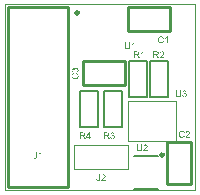
<source format=gto>
G04 Layer_Color=65535*
%FSLAX25Y25*%
%MOIN*%
G70*
G01*
G75*
%ADD19C,0.01000*%
%ADD20C,0.00100*%
%ADD26C,0.01181*%
%ADD27C,0.00500*%
%ADD28C,0.00787*%
G36*
X46111Y44278D02*
X46141Y44275D01*
X46176Y44271D01*
X46212Y44268D01*
X46254Y44258D01*
X46341Y44239D01*
X46439Y44210D01*
X46487Y44190D01*
X46532Y44168D01*
X46578Y44138D01*
X46623Y44109D01*
X46626Y44106D01*
X46633Y44103D01*
X46646Y44093D01*
X46662Y44077D01*
X46678Y44061D01*
X46701Y44038D01*
X46724Y44012D01*
X46750Y43986D01*
X46775Y43954D01*
X46801Y43915D01*
X46831Y43876D01*
X46856Y43834D01*
X46879Y43785D01*
X46905Y43737D01*
X46925Y43685D01*
X46944Y43626D01*
X46652Y43558D01*
Y43562D01*
X46649Y43568D01*
X46643Y43581D01*
X46636Y43597D01*
X46630Y43617D01*
X46620Y43643D01*
X46594Y43694D01*
X46562Y43753D01*
X46523Y43811D01*
X46474Y43866D01*
X46422Y43915D01*
X46416Y43921D01*
X46396Y43934D01*
X46364Y43951D01*
X46322Y43973D01*
X46267Y43993D01*
X46205Y44012D01*
X46131Y44025D01*
X46050Y44028D01*
X46024D01*
X46008Y44025D01*
X45985D01*
X45959Y44022D01*
X45897Y44012D01*
X45829Y43999D01*
X45758Y43976D01*
X45684Y43944D01*
X45616Y43902D01*
X45612D01*
X45609Y43895D01*
X45586Y43879D01*
X45557Y43853D01*
X45522Y43814D01*
X45480Y43766D01*
X45441Y43711D01*
X45405Y43643D01*
X45373Y43568D01*
Y43565D01*
X45369Y43558D01*
X45366Y43549D01*
X45363Y43532D01*
X45356Y43513D01*
X45350Y43490D01*
X45340Y43435D01*
X45327Y43371D01*
X45314Y43299D01*
X45308Y43222D01*
X45305Y43137D01*
Y43134D01*
Y43124D01*
Y43108D01*
Y43089D01*
X45308Y43066D01*
Y43037D01*
X45311Y43004D01*
X45314Y42969D01*
X45324Y42891D01*
X45340Y42807D01*
X45360Y42722D01*
X45386Y42638D01*
Y42635D01*
X45389Y42629D01*
X45395Y42619D01*
X45402Y42603D01*
X45421Y42564D01*
X45450Y42518D01*
X45486Y42467D01*
X45531Y42412D01*
X45583Y42363D01*
X45645Y42318D01*
X45648D01*
X45654Y42314D01*
X45664Y42308D01*
X45677Y42301D01*
X45693Y42295D01*
X45713Y42285D01*
X45758Y42266D01*
X45816Y42246D01*
X45881Y42230D01*
X45953Y42217D01*
X46027Y42214D01*
X46050D01*
X46069Y42217D01*
X46092D01*
X46115Y42220D01*
X46173Y42233D01*
X46241Y42250D01*
X46309Y42275D01*
X46380Y42311D01*
X46416Y42331D01*
X46448Y42356D01*
X46452Y42360D01*
X46455Y42363D01*
X46464Y42373D01*
X46477Y42382D01*
X46490Y42399D01*
X46507Y42418D01*
X46526Y42437D01*
X46542Y42463D01*
X46562Y42492D01*
X46584Y42525D01*
X46604Y42557D01*
X46623Y42596D01*
X46639Y42638D01*
X46656Y42684D01*
X46672Y42732D01*
X46685Y42784D01*
X46983Y42710D01*
Y42706D01*
X46980Y42693D01*
X46973Y42674D01*
X46963Y42648D01*
X46954Y42619D01*
X46941Y42583D01*
X46925Y42544D01*
X46905Y42502D01*
X46860Y42412D01*
X46801Y42321D01*
X46766Y42275D01*
X46730Y42230D01*
X46691Y42191D01*
X46646Y42152D01*
X46643Y42149D01*
X46636Y42143D01*
X46620Y42136D01*
X46604Y42123D01*
X46578Y42107D01*
X46552Y42091D01*
X46516Y42074D01*
X46481Y42058D01*
X46439Y42039D01*
X46393Y42023D01*
X46345Y42006D01*
X46293Y41990D01*
X46238Y41977D01*
X46179Y41971D01*
X46118Y41964D01*
X46053Y41961D01*
X46017D01*
X45991Y41964D01*
X45962D01*
X45927Y41968D01*
X45888Y41974D01*
X45842Y41981D01*
X45748Y41997D01*
X45651Y42023D01*
X45554Y42058D01*
X45509Y42081D01*
X45463Y42107D01*
X45460Y42110D01*
X45454Y42113D01*
X45441Y42123D01*
X45428Y42136D01*
X45408Y42149D01*
X45386Y42169D01*
X45360Y42191D01*
X45334Y42217D01*
X45308Y42246D01*
X45279Y42275D01*
X45220Y42350D01*
X45165Y42437D01*
X45117Y42535D01*
Y42538D01*
X45110Y42548D01*
X45107Y42564D01*
X45097Y42583D01*
X45091Y42609D01*
X45081Y42641D01*
X45068Y42677D01*
X45058Y42716D01*
X45049Y42758D01*
X45036Y42807D01*
X45019Y42907D01*
X45006Y43021D01*
X45000Y43137D01*
Y43141D01*
Y43153D01*
Y43173D01*
X45003Y43196D01*
Y43228D01*
X45006Y43260D01*
X45010Y43303D01*
X45016Y43345D01*
X45032Y43439D01*
X45055Y43542D01*
X45088Y43646D01*
X45133Y43746D01*
X45136Y43750D01*
X45139Y43759D01*
X45146Y43772D01*
X45159Y43788D01*
X45172Y43811D01*
X45188Y43837D01*
X45230Y43895D01*
X45285Y43960D01*
X45350Y44025D01*
X45424Y44090D01*
X45512Y44145D01*
X45515Y44148D01*
X45525Y44151D01*
X45538Y44158D01*
X45554Y44168D01*
X45580Y44177D01*
X45606Y44187D01*
X45638Y44200D01*
X45674Y44213D01*
X45713Y44226D01*
X45755Y44239D01*
X45846Y44258D01*
X45949Y44275D01*
X46056Y44281D01*
X46089D01*
X46111Y44278D01*
D02*
G37*
G36*
X48272Y42000D02*
X47997D01*
Y43753D01*
X47994Y43750D01*
X47978Y43737D01*
X47958Y43717D01*
X47926Y43694D01*
X47890Y43665D01*
X47845Y43633D01*
X47793Y43597D01*
X47735Y43562D01*
X47731D01*
X47728Y43558D01*
X47709Y43545D01*
X47676Y43529D01*
X47637Y43510D01*
X47592Y43487D01*
X47543Y43464D01*
X47495Y43442D01*
X47446Y43422D01*
Y43688D01*
X47449D01*
X47456Y43694D01*
X47469Y43698D01*
X47485Y43707D01*
X47504Y43717D01*
X47527Y43730D01*
X47582Y43763D01*
X47647Y43798D01*
X47712Y43844D01*
X47780Y43895D01*
X47848Y43951D01*
X47851Y43954D01*
X47854Y43957D01*
X47864Y43967D01*
X47877Y43976D01*
X47906Y44009D01*
X47945Y44048D01*
X47984Y44093D01*
X48026Y44145D01*
X48062Y44197D01*
X48094Y44252D01*
X48272D01*
Y42000D01*
D02*
G37*
G36*
X35763Y40946D02*
Y40943D01*
Y40930D01*
Y40914D01*
Y40891D01*
X35759Y40862D01*
Y40829D01*
X35756Y40791D01*
X35753Y40752D01*
X35743Y40664D01*
X35730Y40573D01*
X35711Y40486D01*
X35698Y40444D01*
X35685Y40405D01*
Y40402D01*
X35682Y40395D01*
X35675Y40386D01*
X35669Y40373D01*
X35649Y40337D01*
X35620Y40292D01*
X35581Y40240D01*
X35536Y40188D01*
X35477Y40133D01*
X35406Y40084D01*
X35403D01*
X35396Y40078D01*
X35387Y40075D01*
X35370Y40065D01*
X35351Y40055D01*
X35325Y40045D01*
X35299Y40036D01*
X35267Y40023D01*
X35231Y40010D01*
X35192Y40000D01*
X35150Y39990D01*
X35102Y39981D01*
X35053Y39974D01*
X35001Y39968D01*
X34885Y39961D01*
X34855D01*
X34833Y39964D01*
X34807D01*
X34774Y39968D01*
X34739Y39971D01*
X34703Y39974D01*
X34622Y39987D01*
X34535Y40007D01*
X34450Y40032D01*
X34369Y40068D01*
X34366D01*
X34360Y40075D01*
X34350Y40081D01*
X34337Y40088D01*
X34301Y40113D01*
X34259Y40149D01*
X34211Y40194D01*
X34165Y40246D01*
X34120Y40311D01*
X34084Y40382D01*
Y40386D01*
X34081Y40392D01*
X34078Y40405D01*
X34071Y40421D01*
X34065Y40441D01*
X34058Y40467D01*
X34049Y40496D01*
X34042Y40531D01*
X34036Y40570D01*
X34026Y40612D01*
X34019Y40658D01*
X34013Y40706D01*
X34007Y40761D01*
X34003Y40820D01*
X34000Y40881D01*
Y40946D01*
Y42242D01*
X34298D01*
Y40946D01*
Y40943D01*
Y40933D01*
Y40917D01*
Y40898D01*
X34301Y40875D01*
Y40846D01*
X34305Y40784D01*
X34311Y40713D01*
X34321Y40641D01*
X34334Y40573D01*
X34340Y40544D01*
X34350Y40515D01*
X34353Y40509D01*
X34360Y40492D01*
X34376Y40470D01*
X34395Y40437D01*
X34418Y40405D01*
X34450Y40369D01*
X34489Y40334D01*
X34535Y40305D01*
X34541Y40301D01*
X34557Y40292D01*
X34586Y40282D01*
X34625Y40269D01*
X34671Y40253D01*
X34729Y40243D01*
X34791Y40233D01*
X34859Y40230D01*
X34891D01*
X34910Y40233D01*
X34940D01*
X34969Y40236D01*
X35040Y40249D01*
X35118Y40266D01*
X35192Y40292D01*
X35264Y40327D01*
X35296Y40350D01*
X35325Y40376D01*
X35328Y40379D01*
X35332Y40382D01*
X35338Y40392D01*
X35348Y40405D01*
X35358Y40424D01*
X35370Y40444D01*
X35383Y40473D01*
X35396Y40502D01*
X35409Y40538D01*
X35419Y40580D01*
X35432Y40629D01*
X35442Y40680D01*
X35451Y40739D01*
X35458Y40800D01*
X35465Y40872D01*
Y40946D01*
Y42242D01*
X35763D01*
Y40946D01*
D02*
G37*
G36*
X37182Y40000D02*
X36906D01*
Y41753D01*
X36903Y41750D01*
X36887Y41737D01*
X36867Y41717D01*
X36835Y41695D01*
X36799Y41665D01*
X36754Y41633D01*
X36702Y41597D01*
X36644Y41562D01*
X36641D01*
X36637Y41558D01*
X36618Y41546D01*
X36586Y41529D01*
X36547Y41510D01*
X36501Y41487D01*
X36453Y41464D01*
X36404Y41442D01*
X36356Y41422D01*
Y41688D01*
X36359D01*
X36365Y41695D01*
X36378Y41698D01*
X36394Y41708D01*
X36414Y41717D01*
X36437Y41730D01*
X36492Y41763D01*
X36556Y41798D01*
X36621Y41844D01*
X36689Y41895D01*
X36757Y41951D01*
X36761Y41954D01*
X36764Y41957D01*
X36773Y41967D01*
X36786Y41976D01*
X36816Y42009D01*
X36854Y42048D01*
X36893Y42093D01*
X36935Y42145D01*
X36971Y42197D01*
X37003Y42252D01*
X37182D01*
Y40000D01*
D02*
G37*
G36*
X46442Y39249D02*
X46468Y39245D01*
X46500Y39242D01*
X46536Y39236D01*
X46571Y39229D01*
X46656Y39206D01*
X46740Y39174D01*
X46782Y39155D01*
X46824Y39132D01*
X46863Y39103D01*
X46899Y39070D01*
X46902Y39067D01*
X46909Y39064D01*
X46915Y39051D01*
X46928Y39038D01*
X46944Y39022D01*
X46960Y38999D01*
X46977Y38976D01*
X46996Y38947D01*
X47028Y38886D01*
X47061Y38808D01*
X47074Y38769D01*
X47080Y38724D01*
X47087Y38678D01*
X47090Y38630D01*
Y38623D01*
Y38607D01*
X47087Y38581D01*
X47083Y38546D01*
X47077Y38507D01*
X47064Y38461D01*
X47051Y38413D01*
X47032Y38364D01*
X47028Y38358D01*
X47022Y38341D01*
X47009Y38315D01*
X46990Y38280D01*
X46964Y38241D01*
X46931Y38192D01*
X46892Y38144D01*
X46847Y38089D01*
X46840Y38082D01*
X46824Y38063D01*
X46808Y38047D01*
X46792Y38030D01*
X46772Y38011D01*
X46747Y37985D01*
X46721Y37959D01*
X46688Y37930D01*
X46656Y37898D01*
X46617Y37862D01*
X46575Y37826D01*
X46529Y37784D01*
X46478Y37742D01*
X46426Y37697D01*
X46422Y37693D01*
X46416Y37687D01*
X46403Y37677D01*
X46387Y37664D01*
X46367Y37645D01*
X46345Y37625D01*
X46293Y37583D01*
X46238Y37535D01*
X46186Y37486D01*
X46141Y37444D01*
X46121Y37428D01*
X46105Y37411D01*
X46102Y37408D01*
X46092Y37398D01*
X46079Y37386D01*
X46063Y37366D01*
X46047Y37343D01*
X46027Y37321D01*
X45988Y37266D01*
X47093D01*
Y37000D01*
X45606D01*
Y37003D01*
Y37016D01*
Y37036D01*
X45609Y37062D01*
X45612Y37091D01*
X45619Y37123D01*
X45625Y37156D01*
X45638Y37191D01*
Y37194D01*
X45642Y37198D01*
X45648Y37217D01*
X45661Y37246D01*
X45680Y37285D01*
X45706Y37330D01*
X45739Y37382D01*
X45774Y37434D01*
X45820Y37489D01*
Y37492D01*
X45826Y37496D01*
X45842Y37515D01*
X45872Y37544D01*
X45914Y37586D01*
X45962Y37635D01*
X46024Y37693D01*
X46099Y37758D01*
X46180Y37826D01*
X46183Y37829D01*
X46196Y37839D01*
X46215Y37855D01*
X46238Y37875D01*
X46267Y37901D01*
X46303Y37930D01*
X46338Y37962D01*
X46380Y37998D01*
X46461Y38076D01*
X46542Y38153D01*
X46581Y38192D01*
X46617Y38231D01*
X46649Y38267D01*
X46675Y38302D01*
Y38306D01*
X46682Y38309D01*
X46688Y38319D01*
X46695Y38332D01*
X46717Y38367D01*
X46743Y38409D01*
X46766Y38461D01*
X46789Y38516D01*
X46802Y38578D01*
X46808Y38636D01*
Y38639D01*
Y38643D01*
X46805Y38662D01*
X46802Y38695D01*
X46792Y38730D01*
X46779Y38776D01*
X46756Y38821D01*
X46727Y38866D01*
X46688Y38912D01*
X46682Y38918D01*
X46665Y38931D01*
X46643Y38947D01*
X46607Y38970D01*
X46562Y38989D01*
X46510Y39009D01*
X46448Y39022D01*
X46380Y39025D01*
X46361D01*
X46348Y39022D01*
X46309Y39018D01*
X46264Y39009D01*
X46215Y38996D01*
X46160Y38973D01*
X46108Y38944D01*
X46060Y38905D01*
X46053Y38899D01*
X46040Y38882D01*
X46021Y38857D01*
X46001Y38818D01*
X45979Y38772D01*
X45959Y38714D01*
X45946Y38649D01*
X45940Y38575D01*
X45658Y38604D01*
Y38607D01*
X45661Y38617D01*
Y38633D01*
X45664Y38656D01*
X45671Y38682D01*
X45677Y38711D01*
X45687Y38746D01*
X45697Y38782D01*
X45723Y38860D01*
X45761Y38938D01*
X45784Y38976D01*
X45813Y39015D01*
X45842Y39051D01*
X45875Y39083D01*
X45878Y39087D01*
X45885Y39090D01*
X45894Y39099D01*
X45911Y39109D01*
X45930Y39122D01*
X45953Y39135D01*
X45979Y39151D01*
X46011Y39168D01*
X46047Y39184D01*
X46086Y39200D01*
X46128Y39213D01*
X46173Y39226D01*
X46222Y39236D01*
X46273Y39245D01*
X46328Y39249D01*
X46387Y39252D01*
X46419D01*
X46442Y39249D01*
D02*
G37*
G36*
X44566Y39239D02*
X44595D01*
X44663Y39236D01*
X44734Y39226D01*
X44812Y39216D01*
X44883Y39200D01*
X44919Y39190D01*
X44948Y39180D01*
X44952D01*
X44955Y39177D01*
X44974Y39168D01*
X45003Y39155D01*
X45039Y39132D01*
X45078Y39103D01*
X45120Y39064D01*
X45159Y39018D01*
X45198Y38967D01*
Y38963D01*
X45201Y38960D01*
X45214Y38941D01*
X45227Y38908D01*
X45246Y38866D01*
X45263Y38818D01*
X45279Y38759D01*
X45289Y38698D01*
X45292Y38630D01*
Y38627D01*
Y38620D01*
Y38607D01*
X45289Y38591D01*
Y38568D01*
X45285Y38546D01*
X45272Y38490D01*
X45253Y38426D01*
X45227Y38358D01*
X45188Y38289D01*
X45162Y38257D01*
X45136Y38225D01*
X45133Y38221D01*
X45130Y38218D01*
X45120Y38208D01*
X45107Y38199D01*
X45091Y38186D01*
X45071Y38173D01*
X45046Y38157D01*
X45020Y38137D01*
X44987Y38121D01*
X44952Y38105D01*
X44913Y38085D01*
X44870Y38069D01*
X44822Y38056D01*
X44773Y38040D01*
X44718Y38030D01*
X44660Y38021D01*
X44666Y38017D01*
X44679Y38011D01*
X44699Y37998D01*
X44725Y37985D01*
X44783Y37949D01*
X44812Y37927D01*
X44838Y37907D01*
X44845Y37901D01*
X44861Y37885D01*
X44887Y37859D01*
X44919Y37826D01*
X44955Y37781D01*
X44997Y37732D01*
X45039Y37674D01*
X45084Y37609D01*
X45470Y37000D01*
X45101D01*
X44806Y37467D01*
Y37470D01*
X44799Y37476D01*
X44793Y37486D01*
X44783Y37499D01*
X44760Y37535D01*
X44731Y37580D01*
X44696Y37629D01*
X44660Y37680D01*
X44624Y37729D01*
X44592Y37774D01*
X44589Y37778D01*
X44579Y37791D01*
X44563Y37810D01*
X44540Y37833D01*
X44491Y37881D01*
X44466Y37904D01*
X44440Y37923D01*
X44436Y37927D01*
X44430Y37930D01*
X44417Y37936D01*
X44398Y37946D01*
X44378Y37956D01*
X44355Y37966D01*
X44304Y37982D01*
X44300D01*
X44294Y37985D01*
X44281D01*
X44265Y37988D01*
X44242Y37991D01*
X44216D01*
X44180Y37995D01*
X43798D01*
Y37000D01*
X43500D01*
Y39242D01*
X44540D01*
X44566Y39239D01*
D02*
G37*
G36*
X40182Y37000D02*
X39906D01*
Y38753D01*
X39903Y38750D01*
X39887Y38737D01*
X39867Y38717D01*
X39835Y38695D01*
X39799Y38665D01*
X39754Y38633D01*
X39702Y38597D01*
X39644Y38562D01*
X39641D01*
X39637Y38558D01*
X39618Y38546D01*
X39586Y38529D01*
X39547Y38510D01*
X39501Y38487D01*
X39453Y38464D01*
X39404Y38442D01*
X39355Y38422D01*
Y38688D01*
X39359D01*
X39365Y38695D01*
X39378Y38698D01*
X39394Y38708D01*
X39414Y38717D01*
X39437Y38730D01*
X39492Y38763D01*
X39556Y38798D01*
X39621Y38844D01*
X39689Y38895D01*
X39757Y38950D01*
X39761Y38954D01*
X39764Y38957D01*
X39773Y38967D01*
X39786Y38976D01*
X39816Y39009D01*
X39854Y39048D01*
X39893Y39093D01*
X39935Y39145D01*
X39971Y39197D01*
X40003Y39252D01*
X40182D01*
Y37000D01*
D02*
G37*
G36*
X38066Y39239D02*
X38095D01*
X38163Y39236D01*
X38234Y39226D01*
X38312Y39216D01*
X38383Y39200D01*
X38419Y39190D01*
X38448Y39180D01*
X38451D01*
X38455Y39177D01*
X38474Y39168D01*
X38503Y39155D01*
X38539Y39132D01*
X38578Y39103D01*
X38620Y39064D01*
X38659Y39018D01*
X38698Y38967D01*
Y38963D01*
X38701Y38960D01*
X38714Y38941D01*
X38727Y38908D01*
X38746Y38866D01*
X38763Y38818D01*
X38779Y38759D01*
X38789Y38698D01*
X38792Y38630D01*
Y38627D01*
Y38620D01*
Y38607D01*
X38789Y38591D01*
Y38568D01*
X38785Y38546D01*
X38772Y38490D01*
X38753Y38426D01*
X38727Y38358D01*
X38688Y38289D01*
X38662Y38257D01*
X38636Y38225D01*
X38633Y38221D01*
X38630Y38218D01*
X38620Y38208D01*
X38607Y38199D01*
X38591Y38186D01*
X38571Y38173D01*
X38546Y38157D01*
X38520Y38137D01*
X38487Y38121D01*
X38451Y38105D01*
X38413Y38085D01*
X38370Y38069D01*
X38322Y38056D01*
X38273Y38040D01*
X38218Y38030D01*
X38160Y38021D01*
X38166Y38017D01*
X38179Y38011D01*
X38199Y37998D01*
X38225Y37985D01*
X38283Y37949D01*
X38312Y37927D01*
X38338Y37907D01*
X38345Y37901D01*
X38361Y37885D01*
X38387Y37859D01*
X38419Y37826D01*
X38455Y37781D01*
X38497Y37732D01*
X38539Y37674D01*
X38584Y37609D01*
X38970Y37000D01*
X38601D01*
X38306Y37467D01*
Y37470D01*
X38299Y37476D01*
X38293Y37486D01*
X38283Y37499D01*
X38260Y37535D01*
X38231Y37580D01*
X38196Y37629D01*
X38160Y37680D01*
X38124Y37729D01*
X38092Y37774D01*
X38089Y37778D01*
X38079Y37791D01*
X38063Y37810D01*
X38040Y37833D01*
X37991Y37881D01*
X37966Y37904D01*
X37940Y37923D01*
X37936Y37927D01*
X37930Y37930D01*
X37917Y37936D01*
X37898Y37946D01*
X37878Y37956D01*
X37855Y37966D01*
X37804Y37982D01*
X37800D01*
X37794Y37985D01*
X37781D01*
X37765Y37988D01*
X37742Y37991D01*
X37716D01*
X37680Y37995D01*
X37298D01*
Y37000D01*
X37000D01*
Y39242D01*
X38040D01*
X38066Y39239D01*
D02*
G37*
G36*
X17888Y33703D02*
X17914Y33700D01*
X17943Y33694D01*
X17975Y33687D01*
X18011Y33681D01*
X18089Y33655D01*
X18131Y33635D01*
X18169Y33616D01*
X18212Y33590D01*
X18254Y33561D01*
X18296Y33528D01*
X18335Y33490D01*
X18338Y33486D01*
X18345Y33480D01*
X18354Y33467D01*
X18367Y33451D01*
X18383Y33431D01*
X18400Y33405D01*
X18419Y33376D01*
X18435Y33340D01*
X18455Y33305D01*
X18474Y33263D01*
X18490Y33221D01*
X18507Y33172D01*
X18519Y33120D01*
X18529Y33065D01*
X18536Y33010D01*
X18539Y32948D01*
Y32945D01*
Y32935D01*
Y32919D01*
X18536Y32900D01*
X18532Y32874D01*
X18529Y32845D01*
X18523Y32812D01*
X18516Y32777D01*
X18497Y32699D01*
X18464Y32618D01*
X18445Y32576D01*
X18422Y32537D01*
X18393Y32498D01*
X18364Y32459D01*
X18361Y32456D01*
X18354Y32449D01*
X18345Y32440D01*
X18331Y32430D01*
X18315Y32414D01*
X18293Y32398D01*
X18270Y32378D01*
X18241Y32359D01*
X18208Y32339D01*
X18176Y32320D01*
X18098Y32284D01*
X18008Y32255D01*
X17959Y32245D01*
X17907Y32239D01*
X17871Y32514D01*
X17875D01*
X17881Y32517D01*
X17894Y32521D01*
X17910Y32524D01*
X17930Y32527D01*
X17952Y32534D01*
X18001Y32550D01*
X18059Y32573D01*
X18114Y32602D01*
X18166Y32634D01*
X18212Y32673D01*
X18215Y32680D01*
X18228Y32692D01*
X18244Y32718D01*
X18260Y32751D01*
X18280Y32790D01*
X18296Y32838D01*
X18309Y32893D01*
X18312Y32952D01*
Y32955D01*
Y32961D01*
Y32971D01*
X18309Y32984D01*
X18306Y33020D01*
X18296Y33065D01*
X18280Y33117D01*
X18257Y33172D01*
X18225Y33227D01*
X18179Y33279D01*
X18173Y33285D01*
X18153Y33302D01*
X18124Y33321D01*
X18085Y33347D01*
X18037Y33373D01*
X17982Y33392D01*
X17917Y33408D01*
X17845Y33415D01*
X17826D01*
X17813Y33412D01*
X17777Y33408D01*
X17735Y33399D01*
X17684Y33386D01*
X17632Y33363D01*
X17580Y33331D01*
X17531Y33289D01*
X17525Y33282D01*
X17512Y33266D01*
X17492Y33240D01*
X17470Y33204D01*
X17447Y33159D01*
X17428Y33104D01*
X17415Y33042D01*
X17408Y32974D01*
Y32971D01*
Y32961D01*
Y32945D01*
X17411Y32923D01*
X17415Y32893D01*
X17421Y32861D01*
X17428Y32822D01*
X17437Y32780D01*
X17194Y32812D01*
Y32816D01*
Y32829D01*
X17198Y32842D01*
Y32854D01*
Y32858D01*
Y32861D01*
Y32871D01*
Y32884D01*
X17191Y32919D01*
X17185Y32961D01*
X17175Y33010D01*
X17159Y33065D01*
X17136Y33117D01*
X17107Y33172D01*
Y33175D01*
X17104Y33178D01*
X17091Y33195D01*
X17068Y33217D01*
X17039Y33243D01*
X16997Y33269D01*
X16948Y33292D01*
X16893Y33308D01*
X16861Y33314D01*
X16799D01*
X16773Y33308D01*
X16737Y33302D01*
X16699Y33289D01*
X16656Y33272D01*
X16614Y33246D01*
X16575Y33211D01*
X16572Y33208D01*
X16559Y33191D01*
X16543Y33169D01*
X16524Y33140D01*
X16507Y33101D01*
X16491Y33055D01*
X16478Y33004D01*
X16475Y32945D01*
Y32942D01*
Y32939D01*
Y32919D01*
X16481Y32890D01*
X16488Y32851D01*
X16501Y32809D01*
X16517Y32767D01*
X16543Y32722D01*
X16575Y32680D01*
X16579Y32676D01*
X16595Y32663D01*
X16618Y32644D01*
X16650Y32621D01*
X16692Y32599D01*
X16744Y32576D01*
X16805Y32556D01*
X16877Y32543D01*
X16828Y32268D01*
X16825D01*
X16815Y32271D01*
X16802Y32274D01*
X16783Y32278D01*
X16760Y32284D01*
X16734Y32294D01*
X16673Y32313D01*
X16601Y32346D01*
X16530Y32385D01*
X16462Y32433D01*
X16400Y32495D01*
X16397Y32498D01*
X16394Y32504D01*
X16387Y32514D01*
X16378Y32527D01*
X16365Y32543D01*
X16352Y32566D01*
X16339Y32589D01*
X16323Y32618D01*
X16297Y32683D01*
X16271Y32757D01*
X16255Y32845D01*
X16248Y32890D01*
Y32939D01*
Y32942D01*
Y32948D01*
Y32958D01*
Y32971D01*
X16251Y33007D01*
X16258Y33049D01*
X16268Y33101D01*
X16284Y33159D01*
X16303Y33217D01*
X16329Y33276D01*
Y33279D01*
X16332Y33282D01*
X16342Y33302D01*
X16362Y33331D01*
X16384Y33363D01*
X16417Y33402D01*
X16452Y33441D01*
X16494Y33480D01*
X16543Y33512D01*
X16549Y33515D01*
X16566Y33525D01*
X16595Y33538D01*
X16631Y33554D01*
X16673Y33571D01*
X16721Y33583D01*
X16776Y33593D01*
X16831Y33596D01*
X16857D01*
X16883Y33593D01*
X16919Y33587D01*
X16961Y33577D01*
X17006Y33561D01*
X17052Y33541D01*
X17097Y33515D01*
X17104Y33512D01*
X17117Y33502D01*
X17139Y33483D01*
X17165Y33457D01*
X17194Y33425D01*
X17227Y33386D01*
X17256Y33340D01*
X17285Y33285D01*
Y33289D01*
X17288Y33295D01*
X17291Y33305D01*
X17295Y33318D01*
X17308Y33353D01*
X17327Y33399D01*
X17353Y33451D01*
X17385Y33502D01*
X17428Y33551D01*
X17476Y33596D01*
X17483Y33600D01*
X17502Y33613D01*
X17535Y33632D01*
X17577Y33652D01*
X17628Y33671D01*
X17690Y33690D01*
X17761Y33703D01*
X17839Y33707D01*
X17868D01*
X17888Y33703D01*
D02*
G37*
G36*
X17807Y31980D02*
X17826Y31973D01*
X17852Y31963D01*
X17881Y31954D01*
X17917Y31941D01*
X17956Y31925D01*
X17998Y31905D01*
X18089Y31860D01*
X18179Y31801D01*
X18225Y31766D01*
X18270Y31730D01*
X18309Y31691D01*
X18348Y31646D01*
X18351Y31643D01*
X18357Y31636D01*
X18364Y31620D01*
X18377Y31604D01*
X18393Y31578D01*
X18409Y31552D01*
X18426Y31516D01*
X18442Y31481D01*
X18461Y31439D01*
X18477Y31393D01*
X18494Y31345D01*
X18510Y31293D01*
X18523Y31238D01*
X18529Y31179D01*
X18536Y31118D01*
X18539Y31053D01*
Y31050D01*
Y31037D01*
Y31017D01*
X18536Y30991D01*
Y30962D01*
X18532Y30927D01*
X18526Y30888D01*
X18519Y30842D01*
X18503Y30748D01*
X18477Y30651D01*
X18442Y30554D01*
X18419Y30509D01*
X18393Y30463D01*
X18390Y30460D01*
X18387Y30454D01*
X18377Y30441D01*
X18364Y30428D01*
X18351Y30408D01*
X18331Y30386D01*
X18309Y30360D01*
X18283Y30334D01*
X18254Y30308D01*
X18225Y30279D01*
X18150Y30220D01*
X18063Y30165D01*
X17965Y30117D01*
X17962D01*
X17952Y30110D01*
X17936Y30107D01*
X17917Y30097D01*
X17891Y30091D01*
X17858Y30081D01*
X17823Y30068D01*
X17784Y30058D01*
X17742Y30049D01*
X17693Y30036D01*
X17593Y30019D01*
X17479Y30007D01*
X17363Y30000D01*
X17327D01*
X17304Y30003D01*
X17272D01*
X17240Y30007D01*
X17198Y30010D01*
X17155Y30016D01*
X17061Y30032D01*
X16958Y30055D01*
X16854Y30088D01*
X16754Y30133D01*
X16750Y30136D01*
X16741Y30139D01*
X16728Y30146D01*
X16712Y30159D01*
X16689Y30172D01*
X16663Y30188D01*
X16605Y30230D01*
X16540Y30285D01*
X16475Y30350D01*
X16410Y30424D01*
X16355Y30512D01*
X16352Y30515D01*
X16349Y30525D01*
X16342Y30538D01*
X16332Y30554D01*
X16323Y30580D01*
X16313Y30606D01*
X16300Y30638D01*
X16287Y30674D01*
X16274Y30713D01*
X16261Y30755D01*
X16242Y30846D01*
X16226Y30949D01*
X16219Y31056D01*
Y31060D01*
Y31072D01*
Y31089D01*
X16222Y31111D01*
X16226Y31141D01*
X16229Y31176D01*
X16232Y31212D01*
X16242Y31254D01*
X16261Y31341D01*
X16290Y31439D01*
X16310Y31487D01*
X16332Y31532D01*
X16362Y31578D01*
X16391Y31623D01*
X16394Y31626D01*
X16397Y31633D01*
X16407Y31646D01*
X16423Y31662D01*
X16439Y31678D01*
X16462Y31701D01*
X16488Y31724D01*
X16514Y31750D01*
X16546Y31776D01*
X16585Y31801D01*
X16624Y31831D01*
X16666Y31857D01*
X16715Y31879D01*
X16763Y31905D01*
X16815Y31925D01*
X16873Y31944D01*
X16942Y31652D01*
X16938D01*
X16932Y31649D01*
X16919Y31643D01*
X16903Y31636D01*
X16883Y31630D01*
X16857Y31620D01*
X16805Y31594D01*
X16747Y31562D01*
X16689Y31523D01*
X16634Y31474D01*
X16585Y31422D01*
X16579Y31416D01*
X16566Y31396D01*
X16549Y31364D01*
X16527Y31322D01*
X16507Y31267D01*
X16488Y31205D01*
X16475Y31131D01*
X16472Y31050D01*
Y31047D01*
Y31037D01*
Y31024D01*
X16475Y31008D01*
Y30985D01*
X16478Y30959D01*
X16488Y30898D01*
X16501Y30829D01*
X16524Y30758D01*
X16556Y30684D01*
X16598Y30616D01*
Y30612D01*
X16605Y30609D01*
X16621Y30586D01*
X16647Y30557D01*
X16686Y30522D01*
X16734Y30479D01*
X16789Y30441D01*
X16857Y30405D01*
X16932Y30373D01*
X16935D01*
X16942Y30369D01*
X16951Y30366D01*
X16967Y30363D01*
X16987Y30356D01*
X17010Y30350D01*
X17065Y30340D01*
X17130Y30327D01*
X17201Y30314D01*
X17278Y30308D01*
X17363Y30305D01*
X17411D01*
X17434Y30308D01*
X17463D01*
X17496Y30311D01*
X17531Y30314D01*
X17609Y30324D01*
X17693Y30340D01*
X17777Y30360D01*
X17862Y30386D01*
X17865D01*
X17871Y30389D01*
X17881Y30395D01*
X17897Y30402D01*
X17936Y30421D01*
X17982Y30450D01*
X18033Y30486D01*
X18089Y30531D01*
X18137Y30583D01*
X18182Y30645D01*
Y30648D01*
X18186Y30654D01*
X18192Y30664D01*
X18199Y30677D01*
X18205Y30693D01*
X18215Y30713D01*
X18234Y30758D01*
X18254Y30817D01*
X18270Y30881D01*
X18283Y30953D01*
X18286Y31027D01*
Y31030D01*
Y31037D01*
Y31050D01*
X18283Y31069D01*
Y31092D01*
X18280Y31115D01*
X18267Y31173D01*
X18250Y31241D01*
X18225Y31309D01*
X18189Y31380D01*
X18169Y31416D01*
X18144Y31448D01*
X18140Y31451D01*
X18137Y31455D01*
X18127Y31464D01*
X18118Y31477D01*
X18101Y31490D01*
X18082Y31507D01*
X18063Y31526D01*
X18037Y31542D01*
X18008Y31562D01*
X17975Y31584D01*
X17943Y31604D01*
X17904Y31623D01*
X17862Y31639D01*
X17816Y31656D01*
X17768Y31672D01*
X17716Y31685D01*
X17790Y31983D01*
X17794D01*
X17807Y31980D01*
D02*
G37*
G36*
X53916Y26249D02*
X53958Y26242D01*
X54010Y26232D01*
X54068Y26216D01*
X54127Y26197D01*
X54185Y26171D01*
X54188D01*
X54191Y26168D01*
X54211Y26158D01*
X54240Y26138D01*
X54272Y26116D01*
X54311Y26083D01*
X54350Y26048D01*
X54389Y26006D01*
X54421Y25957D01*
X54425Y25951D01*
X54434Y25934D01*
X54447Y25905D01*
X54464Y25870D01*
X54480Y25827D01*
X54493Y25779D01*
X54502Y25724D01*
X54506Y25669D01*
Y25662D01*
Y25643D01*
X54502Y25617D01*
X54496Y25581D01*
X54486Y25539D01*
X54470Y25494D01*
X54451Y25448D01*
X54425Y25403D01*
X54421Y25396D01*
X54412Y25383D01*
X54392Y25361D01*
X54366Y25335D01*
X54334Y25306D01*
X54295Y25273D01*
X54250Y25244D01*
X54195Y25215D01*
X54198D01*
X54204Y25212D01*
X54214Y25209D01*
X54227Y25205D01*
X54263Y25192D01*
X54308Y25173D01*
X54360Y25147D01*
X54412Y25115D01*
X54460Y25072D01*
X54506Y25024D01*
X54509Y25017D01*
X54522Y24998D01*
X54541Y24965D01*
X54561Y24923D01*
X54580Y24872D01*
X54600Y24810D01*
X54613Y24739D01*
X54616Y24661D01*
Y24658D01*
Y24648D01*
Y24632D01*
X54613Y24612D01*
X54609Y24586D01*
X54603Y24557D01*
X54596Y24525D01*
X54590Y24489D01*
X54564Y24411D01*
X54545Y24369D01*
X54525Y24330D01*
X54499Y24288D01*
X54470Y24246D01*
X54438Y24204D01*
X54399Y24165D01*
X54396Y24162D01*
X54389Y24156D01*
X54376Y24146D01*
X54360Y24133D01*
X54340Y24117D01*
X54315Y24100D01*
X54285Y24081D01*
X54250Y24065D01*
X54214Y24045D01*
X54172Y24026D01*
X54130Y24010D01*
X54081Y23993D01*
X54029Y23981D01*
X53974Y23971D01*
X53919Y23964D01*
X53858Y23961D01*
X53829D01*
X53809Y23964D01*
X53783Y23968D01*
X53754Y23971D01*
X53722Y23977D01*
X53686Y23984D01*
X53608Y24003D01*
X53527Y24036D01*
X53485Y24055D01*
X53446Y24078D01*
X53407Y24107D01*
X53368Y24136D01*
X53365Y24139D01*
X53359Y24146D01*
X53349Y24156D01*
X53339Y24169D01*
X53323Y24185D01*
X53307Y24207D01*
X53287Y24230D01*
X53268Y24259D01*
X53249Y24292D01*
X53229Y24324D01*
X53193Y24402D01*
X53164Y24493D01*
X53155Y24541D01*
X53148Y24593D01*
X53424Y24629D01*
Y24625D01*
X53427Y24619D01*
X53430Y24606D01*
X53433Y24590D01*
X53436Y24570D01*
X53443Y24548D01*
X53459Y24499D01*
X53482Y24441D01*
X53511Y24386D01*
X53543Y24334D01*
X53582Y24288D01*
X53589Y24285D01*
X53602Y24272D01*
X53628Y24256D01*
X53660Y24240D01*
X53699Y24220D01*
X53747Y24204D01*
X53803Y24191D01*
X53861Y24188D01*
X53880D01*
X53893Y24191D01*
X53929Y24194D01*
X53974Y24204D01*
X54026Y24220D01*
X54081Y24243D01*
X54136Y24275D01*
X54188Y24321D01*
X54195Y24327D01*
X54211Y24347D01*
X54230Y24376D01*
X54256Y24415D01*
X54282Y24463D01*
X54302Y24518D01*
X54318Y24583D01*
X54324Y24655D01*
Y24658D01*
Y24664D01*
Y24674D01*
X54321Y24687D01*
X54318Y24723D01*
X54308Y24765D01*
X54295Y24816D01*
X54272Y24868D01*
X54240Y24920D01*
X54198Y24969D01*
X54191Y24975D01*
X54175Y24988D01*
X54149Y25008D01*
X54114Y25030D01*
X54068Y25053D01*
X54013Y25072D01*
X53952Y25085D01*
X53884Y25092D01*
X53854D01*
X53832Y25089D01*
X53803Y25085D01*
X53770Y25079D01*
X53731Y25072D01*
X53689Y25063D01*
X53722Y25306D01*
X53738D01*
X53751Y25302D01*
X53793D01*
X53829Y25309D01*
X53871Y25315D01*
X53919Y25325D01*
X53974Y25341D01*
X54026Y25364D01*
X54081Y25393D01*
X54084D01*
X54088Y25396D01*
X54104Y25409D01*
X54127Y25432D01*
X54153Y25461D01*
X54178Y25503D01*
X54201Y25552D01*
X54217Y25607D01*
X54224Y25639D01*
Y25675D01*
Y25678D01*
Y25682D01*
Y25701D01*
X54217Y25727D01*
X54211Y25763D01*
X54198Y25801D01*
X54182Y25844D01*
X54156Y25886D01*
X54120Y25925D01*
X54117Y25928D01*
X54101Y25941D01*
X54078Y25957D01*
X54049Y25976D01*
X54010Y25993D01*
X53965Y26009D01*
X53913Y26022D01*
X53854Y26025D01*
X53829D01*
X53799Y26019D01*
X53760Y26012D01*
X53718Y25999D01*
X53676Y25983D01*
X53631Y25957D01*
X53589Y25925D01*
X53585Y25921D01*
X53573Y25905D01*
X53553Y25882D01*
X53530Y25850D01*
X53508Y25808D01*
X53485Y25756D01*
X53466Y25695D01*
X53453Y25623D01*
X53177Y25672D01*
Y25675D01*
X53180Y25685D01*
X53184Y25698D01*
X53187Y25717D01*
X53193Y25740D01*
X53203Y25766D01*
X53223Y25827D01*
X53255Y25899D01*
X53294Y25970D01*
X53342Y26038D01*
X53404Y26100D01*
X53407Y26103D01*
X53414Y26106D01*
X53424Y26112D01*
X53436Y26122D01*
X53453Y26135D01*
X53475Y26148D01*
X53498Y26161D01*
X53527Y26177D01*
X53592Y26203D01*
X53667Y26229D01*
X53754Y26245D01*
X53799Y26252D01*
X53880D01*
X53916Y26249D01*
D02*
G37*
G36*
X52763Y24946D02*
Y24943D01*
Y24930D01*
Y24914D01*
Y24891D01*
X52759Y24862D01*
Y24829D01*
X52756Y24791D01*
X52753Y24752D01*
X52743Y24664D01*
X52730Y24574D01*
X52711Y24486D01*
X52698Y24444D01*
X52685Y24405D01*
Y24402D01*
X52682Y24395D01*
X52675Y24386D01*
X52669Y24373D01*
X52649Y24337D01*
X52620Y24292D01*
X52581Y24240D01*
X52536Y24188D01*
X52477Y24133D01*
X52406Y24084D01*
X52403D01*
X52396Y24078D01*
X52387Y24074D01*
X52371Y24065D01*
X52351Y24055D01*
X52325Y24045D01*
X52299Y24036D01*
X52267Y24023D01*
X52231Y24010D01*
X52192Y24000D01*
X52150Y23990D01*
X52102Y23981D01*
X52053Y23974D01*
X52001Y23968D01*
X51885Y23961D01*
X51855D01*
X51833Y23964D01*
X51807D01*
X51774Y23968D01*
X51739Y23971D01*
X51703Y23974D01*
X51622Y23987D01*
X51535Y24006D01*
X51450Y24032D01*
X51369Y24068D01*
X51366D01*
X51360Y24074D01*
X51350Y24081D01*
X51337Y24088D01*
X51301Y24113D01*
X51259Y24149D01*
X51211Y24194D01*
X51165Y24246D01*
X51120Y24311D01*
X51084Y24382D01*
Y24386D01*
X51081Y24392D01*
X51078Y24405D01*
X51071Y24421D01*
X51065Y24441D01*
X51058Y24467D01*
X51049Y24496D01*
X51042Y24531D01*
X51036Y24570D01*
X51026Y24612D01*
X51019Y24658D01*
X51013Y24706D01*
X51007Y24761D01*
X51003Y24820D01*
X51000Y24881D01*
Y24946D01*
Y26242D01*
X51298D01*
Y24946D01*
Y24943D01*
Y24933D01*
Y24917D01*
Y24897D01*
X51301Y24875D01*
Y24846D01*
X51305Y24784D01*
X51311Y24713D01*
X51321Y24642D01*
X51334Y24574D01*
X51340Y24544D01*
X51350Y24515D01*
X51353Y24509D01*
X51360Y24493D01*
X51376Y24470D01*
X51395Y24437D01*
X51418Y24405D01*
X51450Y24369D01*
X51489Y24334D01*
X51535Y24305D01*
X51541Y24301D01*
X51557Y24292D01*
X51586Y24282D01*
X51625Y24269D01*
X51671Y24253D01*
X51729Y24243D01*
X51791Y24233D01*
X51859Y24230D01*
X51891D01*
X51910Y24233D01*
X51940D01*
X51969Y24237D01*
X52040Y24250D01*
X52118Y24266D01*
X52192Y24292D01*
X52264Y24327D01*
X52296Y24350D01*
X52325Y24376D01*
X52328Y24379D01*
X52332Y24382D01*
X52338Y24392D01*
X52348Y24405D01*
X52358Y24424D01*
X52371Y24444D01*
X52384Y24473D01*
X52396Y24502D01*
X52409Y24538D01*
X52419Y24580D01*
X52432Y24629D01*
X52442Y24680D01*
X52451Y24739D01*
X52458Y24800D01*
X52464Y24872D01*
Y24946D01*
Y26242D01*
X52763D01*
Y24946D01*
D02*
G37*
G36*
X53111Y12778D02*
X53140Y12775D01*
X53176Y12771D01*
X53212Y12768D01*
X53254Y12758D01*
X53341Y12739D01*
X53439Y12710D01*
X53487Y12690D01*
X53532Y12668D01*
X53578Y12638D01*
X53623Y12609D01*
X53627Y12606D01*
X53633Y12603D01*
X53646Y12593D01*
X53662Y12577D01*
X53678Y12561D01*
X53701Y12538D01*
X53724Y12512D01*
X53750Y12486D01*
X53776Y12454D01*
X53801Y12415D01*
X53831Y12376D01*
X53856Y12334D01*
X53879Y12285D01*
X53905Y12237D01*
X53925Y12185D01*
X53944Y12127D01*
X53652Y12058D01*
Y12062D01*
X53649Y12068D01*
X53643Y12081D01*
X53636Y12097D01*
X53630Y12117D01*
X53620Y12143D01*
X53594Y12195D01*
X53562Y12253D01*
X53523Y12311D01*
X53474Y12366D01*
X53422Y12415D01*
X53416Y12421D01*
X53396Y12434D01*
X53364Y12450D01*
X53322Y12473D01*
X53267Y12493D01*
X53205Y12512D01*
X53131Y12525D01*
X53050Y12528D01*
X53024D01*
X53008Y12525D01*
X52985D01*
X52959Y12522D01*
X52898Y12512D01*
X52829Y12499D01*
X52758Y12476D01*
X52684Y12444D01*
X52616Y12402D01*
X52612D01*
X52609Y12395D01*
X52586Y12379D01*
X52557Y12353D01*
X52522Y12314D01*
X52479Y12266D01*
X52441Y12211D01*
X52405Y12143D01*
X52373Y12068D01*
Y12065D01*
X52369Y12058D01*
X52366Y12049D01*
X52363Y12032D01*
X52356Y12013D01*
X52350Y11990D01*
X52340Y11935D01*
X52327Y11870D01*
X52314Y11799D01*
X52308Y11722D01*
X52305Y11637D01*
Y11634D01*
Y11624D01*
Y11608D01*
Y11589D01*
X52308Y11566D01*
Y11537D01*
X52311Y11504D01*
X52314Y11469D01*
X52324Y11391D01*
X52340Y11307D01*
X52360Y11223D01*
X52386Y11138D01*
Y11135D01*
X52389Y11129D01*
X52395Y11119D01*
X52402Y11103D01*
X52421Y11064D01*
X52450Y11018D01*
X52486Y10967D01*
X52531Y10911D01*
X52583Y10863D01*
X52645Y10818D01*
X52648D01*
X52654Y10814D01*
X52664Y10808D01*
X52677Y10801D01*
X52693Y10795D01*
X52713Y10785D01*
X52758Y10766D01*
X52816Y10746D01*
X52881Y10730D01*
X52953Y10717D01*
X53027Y10714D01*
X53050D01*
X53069Y10717D01*
X53092D01*
X53115Y10720D01*
X53173Y10733D01*
X53241Y10750D01*
X53309Y10775D01*
X53380Y10811D01*
X53416Y10830D01*
X53448Y10856D01*
X53452Y10860D01*
X53455Y10863D01*
X53465Y10873D01*
X53477Y10882D01*
X53490Y10898D01*
X53507Y10918D01*
X53526Y10937D01*
X53542Y10963D01*
X53562Y10993D01*
X53584Y11025D01*
X53604Y11057D01*
X53623Y11096D01*
X53639Y11138D01*
X53656Y11184D01*
X53672Y11232D01*
X53685Y11284D01*
X53983Y11210D01*
Y11206D01*
X53980Y11193D01*
X53973Y11174D01*
X53963Y11148D01*
X53954Y11119D01*
X53941Y11083D01*
X53925Y11044D01*
X53905Y11002D01*
X53860Y10911D01*
X53801Y10821D01*
X53766Y10775D01*
X53730Y10730D01*
X53691Y10691D01*
X53646Y10652D01*
X53643Y10649D01*
X53636Y10643D01*
X53620Y10636D01*
X53604Y10623D01*
X53578Y10607D01*
X53552Y10591D01*
X53516Y10575D01*
X53481Y10558D01*
X53439Y10539D01*
X53393Y10523D01*
X53345Y10507D01*
X53293Y10490D01*
X53238Y10477D01*
X53179Y10471D01*
X53118Y10464D01*
X53053Y10461D01*
X53017D01*
X52991Y10464D01*
X52962D01*
X52927Y10468D01*
X52888Y10474D01*
X52842Y10481D01*
X52748Y10497D01*
X52651Y10523D01*
X52554Y10558D01*
X52509Y10581D01*
X52463Y10607D01*
X52460Y10610D01*
X52454Y10613D01*
X52441Y10623D01*
X52428Y10636D01*
X52408Y10649D01*
X52386Y10668D01*
X52360Y10691D01*
X52334Y10717D01*
X52308Y10746D01*
X52279Y10775D01*
X52220Y10850D01*
X52165Y10937D01*
X52117Y11035D01*
Y11038D01*
X52110Y11048D01*
X52107Y11064D01*
X52097Y11083D01*
X52091Y11109D01*
X52081Y11141D01*
X52068Y11177D01*
X52058Y11216D01*
X52049Y11258D01*
X52036Y11307D01*
X52019Y11407D01*
X52007Y11521D01*
X52000Y11637D01*
Y11641D01*
Y11653D01*
Y11673D01*
X52003Y11696D01*
Y11728D01*
X52007Y11760D01*
X52010Y11802D01*
X52016Y11845D01*
X52032Y11939D01*
X52055Y12042D01*
X52087Y12146D01*
X52133Y12246D01*
X52136Y12250D01*
X52139Y12259D01*
X52146Y12272D01*
X52159Y12289D01*
X52172Y12311D01*
X52188Y12337D01*
X52230Y12395D01*
X52285Y12460D01*
X52350Y12525D01*
X52424Y12590D01*
X52512Y12645D01*
X52515Y12648D01*
X52525Y12651D01*
X52538Y12658D01*
X52554Y12668D01*
X52580Y12677D01*
X52606Y12687D01*
X52638Y12700D01*
X52674Y12713D01*
X52713Y12726D01*
X52755Y12739D01*
X52846Y12758D01*
X52949Y12775D01*
X53056Y12781D01*
X53089D01*
X53111Y12778D01*
D02*
G37*
G36*
X29916Y12249D02*
X29958Y12242D01*
X30010Y12232D01*
X30068Y12216D01*
X30127Y12197D01*
X30185Y12171D01*
X30188D01*
X30191Y12168D01*
X30211Y12158D01*
X30240Y12138D01*
X30272Y12116D01*
X30311Y12083D01*
X30350Y12048D01*
X30389Y12006D01*
X30421Y11957D01*
X30425Y11951D01*
X30434Y11934D01*
X30447Y11905D01*
X30464Y11869D01*
X30480Y11827D01*
X30493Y11779D01*
X30502Y11724D01*
X30506Y11669D01*
Y11662D01*
Y11643D01*
X30502Y11617D01*
X30496Y11581D01*
X30486Y11539D01*
X30470Y11494D01*
X30451Y11448D01*
X30425Y11403D01*
X30421Y11396D01*
X30412Y11383D01*
X30392Y11361D01*
X30366Y11335D01*
X30334Y11306D01*
X30295Y11273D01*
X30250Y11244D01*
X30195Y11215D01*
X30198D01*
X30204Y11212D01*
X30214Y11208D01*
X30227Y11205D01*
X30263Y11192D01*
X30308Y11173D01*
X30360Y11147D01*
X30412Y11115D01*
X30460Y11072D01*
X30506Y11024D01*
X30509Y11017D01*
X30522Y10998D01*
X30541Y10966D01*
X30561Y10923D01*
X30580Y10872D01*
X30600Y10810D01*
X30613Y10739D01*
X30616Y10661D01*
Y10658D01*
Y10648D01*
Y10632D01*
X30613Y10612D01*
X30609Y10586D01*
X30603Y10557D01*
X30596Y10525D01*
X30590Y10489D01*
X30564Y10412D01*
X30545Y10369D01*
X30525Y10330D01*
X30499Y10288D01*
X30470Y10246D01*
X30438Y10204D01*
X30399Y10165D01*
X30395Y10162D01*
X30389Y10155D01*
X30376Y10146D01*
X30360Y10133D01*
X30340Y10117D01*
X30314Y10100D01*
X30285Y10081D01*
X30250Y10065D01*
X30214Y10045D01*
X30172Y10026D01*
X30130Y10010D01*
X30081Y9994D01*
X30029Y9981D01*
X29974Y9971D01*
X29919Y9964D01*
X29858Y9961D01*
X29829D01*
X29809Y9964D01*
X29783Y9968D01*
X29754Y9971D01*
X29722Y9977D01*
X29686Y9984D01*
X29608Y10003D01*
X29527Y10036D01*
X29485Y10055D01*
X29446Y10078D01*
X29407Y10107D01*
X29368Y10136D01*
X29365Y10139D01*
X29359Y10146D01*
X29349Y10155D01*
X29339Y10169D01*
X29323Y10185D01*
X29307Y10207D01*
X29287Y10230D01*
X29268Y10259D01*
X29249Y10292D01*
X29229Y10324D01*
X29193Y10402D01*
X29164Y10492D01*
X29155Y10541D01*
X29148Y10593D01*
X29423Y10629D01*
Y10625D01*
X29427Y10619D01*
X29430Y10606D01*
X29433Y10590D01*
X29436Y10570D01*
X29443Y10548D01*
X29459Y10499D01*
X29482Y10441D01*
X29511Y10386D01*
X29543Y10334D01*
X29582Y10288D01*
X29589Y10285D01*
X29602Y10272D01*
X29628Y10256D01*
X29660Y10240D01*
X29699Y10220D01*
X29748Y10204D01*
X29803Y10191D01*
X29861Y10188D01*
X29880D01*
X29893Y10191D01*
X29929Y10194D01*
X29974Y10204D01*
X30026Y10220D01*
X30081Y10243D01*
X30136Y10275D01*
X30188Y10321D01*
X30195Y10327D01*
X30211Y10347D01*
X30230Y10376D01*
X30256Y10415D01*
X30282Y10463D01*
X30302Y10518D01*
X30318Y10583D01*
X30324Y10655D01*
Y10658D01*
Y10664D01*
Y10674D01*
X30321Y10687D01*
X30318Y10723D01*
X30308Y10765D01*
X30295Y10817D01*
X30272Y10868D01*
X30240Y10920D01*
X30198Y10969D01*
X30191Y10975D01*
X30175Y10988D01*
X30149Y11008D01*
X30114Y11030D01*
X30068Y11053D01*
X30013Y11072D01*
X29952Y11085D01*
X29884Y11092D01*
X29854D01*
X29832Y11089D01*
X29803Y11085D01*
X29770Y11079D01*
X29731Y11072D01*
X29689Y11063D01*
X29722Y11306D01*
X29738D01*
X29751Y11303D01*
X29793D01*
X29829Y11309D01*
X29871Y11315D01*
X29919Y11325D01*
X29974Y11341D01*
X30026Y11364D01*
X30081Y11393D01*
X30084D01*
X30088Y11396D01*
X30104Y11409D01*
X30127Y11432D01*
X30152Y11461D01*
X30178Y11503D01*
X30201Y11552D01*
X30217Y11607D01*
X30224Y11639D01*
Y11675D01*
Y11678D01*
Y11682D01*
Y11701D01*
X30217Y11727D01*
X30211Y11763D01*
X30198Y11801D01*
X30182Y11844D01*
X30156Y11886D01*
X30120Y11925D01*
X30117Y11928D01*
X30101Y11941D01*
X30078Y11957D01*
X30049Y11976D01*
X30010Y11993D01*
X29965Y12009D01*
X29913Y12022D01*
X29854Y12025D01*
X29829D01*
X29799Y12019D01*
X29761Y12012D01*
X29718Y11999D01*
X29676Y11983D01*
X29631Y11957D01*
X29589Y11925D01*
X29585Y11921D01*
X29573Y11905D01*
X29553Y11882D01*
X29530Y11850D01*
X29508Y11808D01*
X29485Y11756D01*
X29466Y11694D01*
X29453Y11623D01*
X29177Y11672D01*
Y11675D01*
X29180Y11685D01*
X29184Y11698D01*
X29187Y11717D01*
X29193Y11740D01*
X29203Y11766D01*
X29223Y11827D01*
X29255Y11899D01*
X29294Y11970D01*
X29342Y12038D01*
X29404Y12100D01*
X29407Y12103D01*
X29414Y12106D01*
X29423Y12112D01*
X29436Y12122D01*
X29453Y12135D01*
X29475Y12148D01*
X29498Y12161D01*
X29527Y12177D01*
X29592Y12203D01*
X29667Y12229D01*
X29754Y12245D01*
X29799Y12252D01*
X29880D01*
X29916Y12249D01*
D02*
G37*
G36*
X55033Y12749D02*
X55059Y12745D01*
X55091Y12742D01*
X55127Y12736D01*
X55162Y12729D01*
X55247Y12706D01*
X55331Y12674D01*
X55373Y12655D01*
X55415Y12632D01*
X55454Y12603D01*
X55489Y12570D01*
X55493Y12567D01*
X55499Y12564D01*
X55506Y12551D01*
X55519Y12538D01*
X55535Y12522D01*
X55551Y12499D01*
X55567Y12476D01*
X55587Y12447D01*
X55619Y12386D01*
X55651Y12308D01*
X55664Y12269D01*
X55671Y12224D01*
X55677Y12178D01*
X55681Y12130D01*
Y12123D01*
Y12107D01*
X55677Y12081D01*
X55674Y12045D01*
X55668Y12007D01*
X55655Y11961D01*
X55642Y11913D01*
X55622Y11864D01*
X55619Y11858D01*
X55613Y11841D01*
X55600Y11815D01*
X55580Y11780D01*
X55554Y11741D01*
X55522Y11692D01*
X55483Y11644D01*
X55438Y11589D01*
X55431Y11582D01*
X55415Y11563D01*
X55399Y11547D01*
X55383Y11530D01*
X55363Y11511D01*
X55337Y11485D01*
X55311Y11459D01*
X55279Y11430D01*
X55247Y11398D01*
X55208Y11362D01*
X55165Y11326D01*
X55120Y11284D01*
X55068Y11242D01*
X55016Y11197D01*
X55013Y11193D01*
X55007Y11187D01*
X54994Y11177D01*
X54978Y11164D01*
X54958Y11145D01*
X54935Y11125D01*
X54884Y11083D01*
X54829Y11035D01*
X54777Y10986D01*
X54731Y10944D01*
X54712Y10928D01*
X54696Y10911D01*
X54692Y10908D01*
X54683Y10898D01*
X54670Y10886D01*
X54654Y10866D01*
X54637Y10843D01*
X54618Y10821D01*
X54579Y10766D01*
X55684D01*
Y10500D01*
X54197D01*
Y10503D01*
Y10516D01*
Y10536D01*
X54200Y10562D01*
X54203Y10591D01*
X54210Y10623D01*
X54216Y10655D01*
X54229Y10691D01*
Y10694D01*
X54232Y10698D01*
X54239Y10717D01*
X54252Y10746D01*
X54271Y10785D01*
X54297Y10830D01*
X54330Y10882D01*
X54365Y10934D01*
X54411Y10989D01*
Y10993D01*
X54417Y10996D01*
X54433Y11015D01*
X54462Y11044D01*
X54505Y11086D01*
X54553Y11135D01*
X54615Y11193D01*
X54689Y11258D01*
X54770Y11326D01*
X54773Y11329D01*
X54786Y11339D01*
X54806Y11355D01*
X54829Y11375D01*
X54858Y11401D01*
X54893Y11430D01*
X54929Y11462D01*
X54971Y11498D01*
X55052Y11576D01*
X55133Y11653D01*
X55172Y11692D01*
X55208Y11731D01*
X55240Y11767D01*
X55266Y11802D01*
Y11806D01*
X55272Y11809D01*
X55279Y11819D01*
X55285Y11832D01*
X55308Y11867D01*
X55334Y11909D01*
X55357Y11961D01*
X55379Y12016D01*
X55392Y12078D01*
X55399Y12136D01*
Y12139D01*
Y12143D01*
X55396Y12162D01*
X55392Y12195D01*
X55383Y12230D01*
X55370Y12275D01*
X55347Y12321D01*
X55318Y12366D01*
X55279Y12412D01*
X55272Y12418D01*
X55256Y12431D01*
X55234Y12447D01*
X55198Y12470D01*
X55152Y12489D01*
X55101Y12509D01*
X55039Y12522D01*
X54971Y12525D01*
X54952D01*
X54939Y12522D01*
X54900Y12518D01*
X54854Y12509D01*
X54806Y12496D01*
X54751Y12473D01*
X54699Y12444D01*
X54650Y12405D01*
X54644Y12399D01*
X54631Y12382D01*
X54611Y12357D01*
X54592Y12318D01*
X54569Y12272D01*
X54550Y12214D01*
X54537Y12149D01*
X54530Y12075D01*
X54249Y12104D01*
Y12107D01*
X54252Y12117D01*
Y12133D01*
X54255Y12156D01*
X54261Y12182D01*
X54268Y12211D01*
X54278Y12246D01*
X54287Y12282D01*
X54313Y12360D01*
X54352Y12438D01*
X54375Y12476D01*
X54404Y12515D01*
X54433Y12551D01*
X54466Y12583D01*
X54469Y12587D01*
X54475Y12590D01*
X54485Y12599D01*
X54501Y12609D01*
X54521Y12622D01*
X54543Y12635D01*
X54569Y12651D01*
X54602Y12668D01*
X54637Y12684D01*
X54676Y12700D01*
X54718Y12713D01*
X54764Y12726D01*
X54812Y12736D01*
X54864Y12745D01*
X54919Y12749D01*
X54978Y12752D01*
X55010D01*
X55033Y12749D01*
D02*
G37*
G36*
X28066Y12239D02*
X28095D01*
X28163Y12236D01*
X28234Y12226D01*
X28312Y12216D01*
X28383Y12200D01*
X28419Y12190D01*
X28448Y12180D01*
X28451D01*
X28455Y12177D01*
X28474Y12168D01*
X28503Y12155D01*
X28539Y12132D01*
X28578Y12103D01*
X28620Y12064D01*
X28659Y12019D01*
X28698Y11967D01*
Y11963D01*
X28701Y11960D01*
X28714Y11941D01*
X28727Y11908D01*
X28746Y11866D01*
X28763Y11818D01*
X28779Y11759D01*
X28789Y11698D01*
X28792Y11630D01*
Y11626D01*
Y11620D01*
Y11607D01*
X28789Y11591D01*
Y11568D01*
X28785Y11546D01*
X28772Y11490D01*
X28753Y11426D01*
X28727Y11358D01*
X28688Y11289D01*
X28662Y11257D01*
X28636Y11225D01*
X28633Y11221D01*
X28630Y11218D01*
X28620Y11208D01*
X28607Y11199D01*
X28591Y11186D01*
X28571Y11173D01*
X28545Y11157D01*
X28520Y11137D01*
X28487Y11121D01*
X28451Y11105D01*
X28413Y11085D01*
X28370Y11069D01*
X28322Y11056D01*
X28273Y11040D01*
X28218Y11030D01*
X28160Y11021D01*
X28166Y11017D01*
X28179Y11011D01*
X28199Y10998D01*
X28225Y10985D01*
X28283Y10949D01*
X28312Y10927D01*
X28338Y10907D01*
X28345Y10901D01*
X28361Y10885D01*
X28387Y10859D01*
X28419Y10826D01*
X28455Y10781D01*
X28497Y10732D01*
X28539Y10674D01*
X28584Y10609D01*
X28970Y10000D01*
X28601D01*
X28306Y10467D01*
Y10470D01*
X28299Y10476D01*
X28293Y10486D01*
X28283Y10499D01*
X28260Y10535D01*
X28231Y10580D01*
X28196Y10629D01*
X28160Y10680D01*
X28124Y10729D01*
X28092Y10774D01*
X28089Y10778D01*
X28079Y10791D01*
X28063Y10810D01*
X28040Y10833D01*
X27991Y10881D01*
X27966Y10904D01*
X27940Y10923D01*
X27936Y10927D01*
X27930Y10930D01*
X27917Y10936D01*
X27898Y10946D01*
X27878Y10956D01*
X27855Y10966D01*
X27804Y10982D01*
X27800D01*
X27794Y10985D01*
X27781D01*
X27765Y10988D01*
X27742Y10991D01*
X27716D01*
X27680Y10995D01*
X27298D01*
Y10000D01*
X27000D01*
Y12242D01*
X28040D01*
X28066Y12239D01*
D02*
G37*
G36*
X22302Y10791D02*
X22606D01*
Y10538D01*
X22302D01*
Y10000D01*
X22026D01*
Y10538D01*
X21051D01*
Y10791D01*
X22078Y12242D01*
X22302D01*
Y10791D01*
D02*
G37*
G36*
X20066Y12239D02*
X20095D01*
X20163Y12236D01*
X20234Y12226D01*
X20312Y12216D01*
X20383Y12200D01*
X20419Y12190D01*
X20448Y12180D01*
X20451D01*
X20455Y12177D01*
X20474Y12168D01*
X20503Y12155D01*
X20539Y12132D01*
X20578Y12103D01*
X20620Y12064D01*
X20659Y12019D01*
X20698Y11967D01*
Y11963D01*
X20701Y11960D01*
X20714Y11941D01*
X20727Y11908D01*
X20746Y11866D01*
X20763Y11818D01*
X20779Y11759D01*
X20788Y11698D01*
X20792Y11630D01*
Y11626D01*
Y11620D01*
Y11607D01*
X20788Y11591D01*
Y11568D01*
X20785Y11546D01*
X20772Y11490D01*
X20753Y11426D01*
X20727Y11358D01*
X20688Y11289D01*
X20662Y11257D01*
X20636Y11225D01*
X20633Y11221D01*
X20630Y11218D01*
X20620Y11208D01*
X20607Y11199D01*
X20591Y11186D01*
X20571Y11173D01*
X20546Y11157D01*
X20520Y11137D01*
X20487Y11121D01*
X20451Y11105D01*
X20413Y11085D01*
X20370Y11069D01*
X20322Y11056D01*
X20273Y11040D01*
X20218Y11030D01*
X20160Y11021D01*
X20166Y11017D01*
X20179Y11011D01*
X20199Y10998D01*
X20225Y10985D01*
X20283Y10949D01*
X20312Y10927D01*
X20338Y10907D01*
X20345Y10901D01*
X20361Y10885D01*
X20387Y10859D01*
X20419Y10826D01*
X20455Y10781D01*
X20497Y10732D01*
X20539Y10674D01*
X20584Y10609D01*
X20970Y10000D01*
X20601D01*
X20306Y10467D01*
Y10470D01*
X20299Y10476D01*
X20293Y10486D01*
X20283Y10499D01*
X20260Y10535D01*
X20231Y10580D01*
X20196Y10629D01*
X20160Y10680D01*
X20124Y10729D01*
X20092Y10774D01*
X20089Y10778D01*
X20079Y10791D01*
X20063Y10810D01*
X20040Y10833D01*
X19991Y10881D01*
X19965Y10904D01*
X19940Y10923D01*
X19936Y10927D01*
X19930Y10930D01*
X19917Y10936D01*
X19897Y10946D01*
X19878Y10956D01*
X19855Y10966D01*
X19804Y10982D01*
X19800D01*
X19794Y10985D01*
X19781D01*
X19765Y10988D01*
X19742Y10991D01*
X19716D01*
X19680Y10995D01*
X19298D01*
Y10000D01*
X19000D01*
Y12242D01*
X20040D01*
X20066Y12239D01*
D02*
G37*
G36*
X39763Y6946D02*
Y6943D01*
Y6930D01*
Y6914D01*
Y6891D01*
X39759Y6862D01*
Y6829D01*
X39756Y6791D01*
X39753Y6752D01*
X39743Y6664D01*
X39730Y6573D01*
X39711Y6486D01*
X39698Y6444D01*
X39685Y6405D01*
Y6402D01*
X39682Y6395D01*
X39675Y6386D01*
X39669Y6373D01*
X39649Y6337D01*
X39620Y6292D01*
X39581Y6240D01*
X39536Y6188D01*
X39477Y6133D01*
X39406Y6084D01*
X39403D01*
X39396Y6078D01*
X39387Y6075D01*
X39371Y6065D01*
X39351Y6055D01*
X39325Y6045D01*
X39299Y6036D01*
X39267Y6023D01*
X39231Y6010D01*
X39192Y6000D01*
X39150Y5990D01*
X39102Y5981D01*
X39053Y5974D01*
X39001Y5968D01*
X38884Y5961D01*
X38855D01*
X38833Y5964D01*
X38807D01*
X38774Y5968D01*
X38739Y5971D01*
X38703Y5974D01*
X38622Y5987D01*
X38535Y6007D01*
X38450Y6032D01*
X38369Y6068D01*
X38366D01*
X38360Y6075D01*
X38350Y6081D01*
X38337Y6087D01*
X38301Y6113D01*
X38259Y6149D01*
X38211Y6194D01*
X38165Y6246D01*
X38120Y6311D01*
X38084Y6382D01*
Y6386D01*
X38081Y6392D01*
X38078Y6405D01*
X38071Y6421D01*
X38065Y6441D01*
X38058Y6467D01*
X38049Y6496D01*
X38042Y6531D01*
X38036Y6570D01*
X38026Y6612D01*
X38019Y6658D01*
X38013Y6706D01*
X38006Y6761D01*
X38003Y6820D01*
X38000Y6881D01*
Y6946D01*
Y8242D01*
X38298D01*
Y6946D01*
Y6943D01*
Y6933D01*
Y6917D01*
Y6898D01*
X38301Y6875D01*
Y6846D01*
X38305Y6784D01*
X38311Y6713D01*
X38321Y6641D01*
X38334Y6573D01*
X38340Y6544D01*
X38350Y6515D01*
X38353Y6509D01*
X38360Y6493D01*
X38376Y6470D01*
X38395Y6437D01*
X38418Y6405D01*
X38450Y6369D01*
X38489Y6334D01*
X38535Y6305D01*
X38541Y6301D01*
X38557Y6292D01*
X38586Y6282D01*
X38625Y6269D01*
X38671Y6253D01*
X38729Y6243D01*
X38791Y6233D01*
X38859Y6230D01*
X38891D01*
X38910Y6233D01*
X38940D01*
X38969Y6236D01*
X39040Y6250D01*
X39118Y6266D01*
X39192Y6292D01*
X39264Y6327D01*
X39296Y6350D01*
X39325Y6376D01*
X39328Y6379D01*
X39332Y6382D01*
X39338Y6392D01*
X39348Y6405D01*
X39358Y6424D01*
X39371Y6444D01*
X39384Y6473D01*
X39396Y6502D01*
X39409Y6538D01*
X39419Y6580D01*
X39432Y6629D01*
X39442Y6680D01*
X39452Y6739D01*
X39458Y6800D01*
X39465Y6872D01*
Y6946D01*
Y8242D01*
X39763D01*
Y6946D01*
D02*
G37*
G36*
X40942Y8249D02*
X40968Y8245D01*
X41000Y8242D01*
X41036Y8236D01*
X41072Y8229D01*
X41156Y8206D01*
X41240Y8174D01*
X41282Y8155D01*
X41324Y8132D01*
X41363Y8103D01*
X41399Y8070D01*
X41402Y8067D01*
X41409Y8064D01*
X41415Y8051D01*
X41428Y8038D01*
X41444Y8022D01*
X41460Y7999D01*
X41477Y7976D01*
X41496Y7947D01*
X41528Y7886D01*
X41561Y7808D01*
X41574Y7769D01*
X41580Y7724D01*
X41587Y7678D01*
X41590Y7630D01*
Y7623D01*
Y7607D01*
X41587Y7581D01*
X41583Y7546D01*
X41577Y7507D01*
X41564Y7461D01*
X41551Y7413D01*
X41532Y7364D01*
X41528Y7358D01*
X41522Y7341D01*
X41509Y7315D01*
X41489Y7280D01*
X41464Y7241D01*
X41431Y7192D01*
X41392Y7144D01*
X41347Y7089D01*
X41340Y7082D01*
X41324Y7063D01*
X41308Y7046D01*
X41292Y7030D01*
X41272Y7011D01*
X41247Y6985D01*
X41221Y6959D01*
X41188Y6930D01*
X41156Y6898D01*
X41117Y6862D01*
X41075Y6826D01*
X41029Y6784D01*
X40978Y6742D01*
X40926Y6697D01*
X40922Y6693D01*
X40916Y6687D01*
X40903Y6677D01*
X40887Y6664D01*
X40867Y6645D01*
X40845Y6625D01*
X40793Y6583D01*
X40738Y6535D01*
X40686Y6486D01*
X40641Y6444D01*
X40621Y6428D01*
X40605Y6412D01*
X40602Y6408D01*
X40592Y6398D01*
X40579Y6386D01*
X40563Y6366D01*
X40547Y6343D01*
X40527Y6321D01*
X40488Y6266D01*
X41593D01*
Y6000D01*
X40106D01*
Y6003D01*
Y6016D01*
Y6036D01*
X40109Y6062D01*
X40113Y6091D01*
X40119Y6123D01*
X40125Y6155D01*
X40138Y6191D01*
Y6194D01*
X40142Y6198D01*
X40148Y6217D01*
X40161Y6246D01*
X40181Y6285D01*
X40206Y6330D01*
X40239Y6382D01*
X40275Y6434D01*
X40320Y6489D01*
Y6493D01*
X40326Y6496D01*
X40343Y6515D01*
X40372Y6544D01*
X40414Y6586D01*
X40462Y6635D01*
X40524Y6693D01*
X40598Y6758D01*
X40679Y6826D01*
X40683Y6829D01*
X40696Y6839D01*
X40715Y6855D01*
X40738Y6875D01*
X40767Y6901D01*
X40803Y6930D01*
X40838Y6962D01*
X40880Y6998D01*
X40961Y7076D01*
X41042Y7153D01*
X41081Y7192D01*
X41117Y7231D01*
X41149Y7267D01*
X41175Y7303D01*
Y7306D01*
X41182Y7309D01*
X41188Y7319D01*
X41195Y7332D01*
X41217Y7367D01*
X41243Y7409D01*
X41266Y7461D01*
X41289Y7516D01*
X41302Y7578D01*
X41308Y7636D01*
Y7639D01*
Y7643D01*
X41305Y7662D01*
X41302Y7694D01*
X41292Y7730D01*
X41279Y7775D01*
X41256Y7821D01*
X41227Y7866D01*
X41188Y7912D01*
X41182Y7918D01*
X41166Y7931D01*
X41143Y7947D01*
X41107Y7970D01*
X41062Y7989D01*
X41010Y8009D01*
X40948Y8022D01*
X40880Y8025D01*
X40861D01*
X40848Y8022D01*
X40809Y8019D01*
X40764Y8009D01*
X40715Y7996D01*
X40660Y7973D01*
X40608Y7944D01*
X40560Y7905D01*
X40553Y7899D01*
X40540Y7882D01*
X40521Y7857D01*
X40501Y7818D01*
X40479Y7772D01*
X40459Y7714D01*
X40446Y7649D01*
X40440Y7575D01*
X40158Y7604D01*
Y7607D01*
X40161Y7617D01*
Y7633D01*
X40164Y7656D01*
X40171Y7682D01*
X40177Y7711D01*
X40187Y7746D01*
X40197Y7782D01*
X40223Y7860D01*
X40262Y7937D01*
X40284Y7976D01*
X40313Y8015D01*
X40343Y8051D01*
X40375Y8083D01*
X40378Y8087D01*
X40385Y8090D01*
X40394Y8100D01*
X40411Y8109D01*
X40430Y8122D01*
X40453Y8135D01*
X40479Y8151D01*
X40511Y8168D01*
X40547Y8184D01*
X40586Y8200D01*
X40628Y8213D01*
X40673Y8226D01*
X40722Y8236D01*
X40773Y8245D01*
X40828Y8249D01*
X40887Y8252D01*
X40919D01*
X40942Y8249D01*
D02*
G37*
G36*
X4741Y4213D02*
Y4210D01*
Y4200D01*
Y4187D01*
Y4167D01*
X4738Y4141D01*
Y4116D01*
X4731Y4054D01*
X4725Y3983D01*
X4712Y3908D01*
X4692Y3840D01*
X4670Y3775D01*
Y3772D01*
X4666Y3769D01*
X4657Y3749D01*
X4640Y3724D01*
X4618Y3688D01*
X4585Y3652D01*
X4550Y3613D01*
X4504Y3574D01*
X4453Y3542D01*
X4446Y3539D01*
X4427Y3529D01*
X4397Y3516D01*
X4355Y3503D01*
X4304Y3487D01*
X4245Y3474D01*
X4180Y3464D01*
X4109Y3461D01*
X4080D01*
X4061Y3464D01*
X4035Y3468D01*
X4009Y3471D01*
X3941Y3484D01*
X3869Y3503D01*
X3795Y3532D01*
X3756Y3552D01*
X3720Y3574D01*
X3688Y3600D01*
X3655Y3630D01*
X3652Y3633D01*
X3649Y3636D01*
X3643Y3649D01*
X3633Y3662D01*
X3620Y3678D01*
X3607Y3701D01*
X3594Y3727D01*
X3578Y3756D01*
X3565Y3788D01*
X3552Y3827D01*
X3539Y3866D01*
X3526Y3912D01*
X3519Y3960D01*
X3510Y4015D01*
X3506Y4070D01*
Y4132D01*
X3775Y4171D01*
Y4167D01*
Y4161D01*
Y4148D01*
X3779Y4129D01*
X3782Y4109D01*
Y4086D01*
X3792Y4031D01*
X3801Y3973D01*
X3821Y3915D01*
X3840Y3863D01*
X3853Y3840D01*
X3869Y3821D01*
X3873Y3818D01*
X3886Y3808D01*
X3905Y3792D01*
X3931Y3775D01*
X3967Y3756D01*
X4005Y3743D01*
X4054Y3730D01*
X4106Y3727D01*
X4125D01*
X4145Y3730D01*
X4174Y3733D01*
X4203Y3740D01*
X4236Y3746D01*
X4268Y3759D01*
X4300Y3775D01*
X4304Y3779D01*
X4313Y3785D01*
X4326Y3798D01*
X4346Y3811D01*
X4362Y3834D01*
X4381Y3856D01*
X4397Y3882D01*
X4410Y3915D01*
Y3918D01*
X4417Y3931D01*
X4420Y3954D01*
X4427Y3983D01*
X4433Y4022D01*
X4436Y4070D01*
X4443Y4129D01*
Y4197D01*
Y5742D01*
X4741D01*
Y4213D01*
D02*
G37*
G36*
X6150Y3500D02*
X5875D01*
Y5253D01*
X5872Y5250D01*
X5855Y5237D01*
X5836Y5217D01*
X5804Y5195D01*
X5768Y5165D01*
X5723Y5133D01*
X5671Y5097D01*
X5613Y5062D01*
X5609D01*
X5606Y5058D01*
X5587Y5046D01*
X5554Y5029D01*
X5515Y5010D01*
X5470Y4987D01*
X5421Y4964D01*
X5373Y4942D01*
X5324Y4922D01*
Y5188D01*
X5327D01*
X5334Y5195D01*
X5347Y5198D01*
X5363Y5207D01*
X5382Y5217D01*
X5405Y5230D01*
X5460Y5263D01*
X5525Y5298D01*
X5590Y5344D01*
X5658Y5395D01*
X5726Y5451D01*
X5729Y5454D01*
X5732Y5457D01*
X5742Y5467D01*
X5755Y5476D01*
X5784Y5509D01*
X5823Y5548D01*
X5862Y5593D01*
X5904Y5645D01*
X5940Y5697D01*
X5972Y5752D01*
X6150D01*
Y3500D01*
D02*
G37*
G36*
X25741Y-3287D02*
Y-3290D01*
Y-3300D01*
Y-3313D01*
Y-3333D01*
X25738Y-3359D01*
Y-3384D01*
X25731Y-3446D01*
X25725Y-3517D01*
X25712Y-3592D01*
X25692Y-3660D01*
X25670Y-3725D01*
Y-3728D01*
X25666Y-3731D01*
X25657Y-3751D01*
X25640Y-3776D01*
X25618Y-3812D01*
X25585Y-3848D01*
X25550Y-3887D01*
X25504Y-3926D01*
X25453Y-3958D01*
X25446Y-3961D01*
X25427Y-3971D01*
X25398Y-3984D01*
X25355Y-3997D01*
X25304Y-4013D01*
X25245Y-4026D01*
X25180Y-4036D01*
X25109Y-4039D01*
X25080D01*
X25060Y-4036D01*
X25035Y-4032D01*
X25009Y-4029D01*
X24941Y-4016D01*
X24869Y-3997D01*
X24795Y-3968D01*
X24756Y-3948D01*
X24720Y-3926D01*
X24688Y-3900D01*
X24656Y-3870D01*
X24652Y-3867D01*
X24649Y-3864D01*
X24643Y-3851D01*
X24633Y-3838D01*
X24620Y-3822D01*
X24607Y-3799D01*
X24594Y-3773D01*
X24578Y-3744D01*
X24565Y-3712D01*
X24552Y-3673D01*
X24539Y-3634D01*
X24526Y-3588D01*
X24519Y-3540D01*
X24510Y-3485D01*
X24507Y-3430D01*
Y-3368D01*
X24775Y-3329D01*
Y-3333D01*
Y-3339D01*
Y-3352D01*
X24779Y-3371D01*
X24782Y-3391D01*
Y-3414D01*
X24792Y-3469D01*
X24801Y-3527D01*
X24821Y-3585D01*
X24840Y-3637D01*
X24853Y-3660D01*
X24869Y-3679D01*
X24873Y-3683D01*
X24886Y-3692D01*
X24905Y-3708D01*
X24931Y-3725D01*
X24967Y-3744D01*
X25005Y-3757D01*
X25054Y-3770D01*
X25106Y-3773D01*
X25125D01*
X25145Y-3770D01*
X25174Y-3767D01*
X25203Y-3760D01*
X25236Y-3754D01*
X25268Y-3741D01*
X25300Y-3725D01*
X25304Y-3721D01*
X25313Y-3715D01*
X25326Y-3702D01*
X25346Y-3689D01*
X25362Y-3666D01*
X25381Y-3644D01*
X25398Y-3618D01*
X25410Y-3585D01*
Y-3582D01*
X25417Y-3569D01*
X25420Y-3546D01*
X25427Y-3517D01*
X25433Y-3478D01*
X25436Y-3430D01*
X25443Y-3371D01*
Y-3303D01*
Y-1758D01*
X25741D01*
Y-3287D01*
D02*
G37*
G36*
X26911Y-1751D02*
X26937Y-1755D01*
X26969Y-1758D01*
X27005Y-1764D01*
X27040Y-1771D01*
X27124Y-1794D01*
X27209Y-1826D01*
X27251Y-1845D01*
X27293Y-1868D01*
X27332Y-1897D01*
X27367Y-1930D01*
X27371Y-1933D01*
X27377Y-1936D01*
X27384Y-1949D01*
X27397Y-1962D01*
X27413Y-1978D01*
X27429Y-2001D01*
X27445Y-2024D01*
X27465Y-2053D01*
X27497Y-2114D01*
X27529Y-2192D01*
X27542Y-2231D01*
X27549Y-2276D01*
X27555Y-2322D01*
X27559Y-2370D01*
Y-2377D01*
Y-2393D01*
X27555Y-2419D01*
X27552Y-2455D01*
X27546Y-2493D01*
X27533Y-2539D01*
X27520Y-2587D01*
X27500Y-2636D01*
X27497Y-2642D01*
X27490Y-2659D01*
X27478Y-2685D01*
X27458Y-2720D01*
X27432Y-2759D01*
X27400Y-2808D01*
X27361Y-2856D01*
X27316Y-2911D01*
X27309Y-2918D01*
X27293Y-2937D01*
X27277Y-2953D01*
X27261Y-2970D01*
X27241Y-2989D01*
X27215Y-3015D01*
X27189Y-3041D01*
X27157Y-3070D01*
X27124Y-3102D01*
X27086Y-3138D01*
X27043Y-3174D01*
X26998Y-3216D01*
X26946Y-3258D01*
X26894Y-3303D01*
X26891Y-3307D01*
X26885Y-3313D01*
X26872Y-3323D01*
X26855Y-3336D01*
X26836Y-3355D01*
X26813Y-3375D01*
X26761Y-3417D01*
X26706Y-3465D01*
X26655Y-3514D01*
X26609Y-3556D01*
X26590Y-3572D01*
X26574Y-3588D01*
X26570Y-3592D01*
X26561Y-3602D01*
X26548Y-3614D01*
X26531Y-3634D01*
X26515Y-3657D01*
X26496Y-3679D01*
X26457Y-3734D01*
X27562D01*
Y-4000D01*
X26075D01*
Y-3997D01*
Y-3984D01*
Y-3964D01*
X26078Y-3938D01*
X26081Y-3909D01*
X26088Y-3877D01*
X26094Y-3844D01*
X26107Y-3809D01*
Y-3806D01*
X26110Y-3802D01*
X26117Y-3783D01*
X26130Y-3754D01*
X26149Y-3715D01*
X26175Y-3669D01*
X26208Y-3618D01*
X26243Y-3566D01*
X26289Y-3511D01*
Y-3508D01*
X26295Y-3504D01*
X26311Y-3485D01*
X26340Y-3456D01*
X26382Y-3414D01*
X26431Y-3365D01*
X26493Y-3307D01*
X26567Y-3242D01*
X26648Y-3174D01*
X26651Y-3171D01*
X26664Y-3161D01*
X26684Y-3145D01*
X26706Y-3125D01*
X26736Y-3099D01*
X26771Y-3070D01*
X26807Y-3038D01*
X26849Y-3002D01*
X26930Y-2924D01*
X27011Y-2847D01*
X27050Y-2808D01*
X27086Y-2769D01*
X27118Y-2733D01*
X27144Y-2698D01*
Y-2694D01*
X27150Y-2691D01*
X27157Y-2681D01*
X27163Y-2668D01*
X27186Y-2633D01*
X27212Y-2591D01*
X27235Y-2539D01*
X27257Y-2484D01*
X27270Y-2422D01*
X27277Y-2364D01*
Y-2361D01*
Y-2357D01*
X27273Y-2338D01*
X27270Y-2306D01*
X27261Y-2270D01*
X27248Y-2224D01*
X27225Y-2179D01*
X27196Y-2134D01*
X27157Y-2088D01*
X27150Y-2082D01*
X27134Y-2069D01*
X27111Y-2053D01*
X27076Y-2030D01*
X27030Y-2011D01*
X26979Y-1991D01*
X26917Y-1978D01*
X26849Y-1975D01*
X26830D01*
X26817Y-1978D01*
X26778Y-1981D01*
X26732Y-1991D01*
X26684Y-2004D01*
X26629Y-2027D01*
X26577Y-2056D01*
X26528Y-2095D01*
X26522Y-2101D01*
X26509Y-2118D01*
X26489Y-2144D01*
X26470Y-2182D01*
X26447Y-2228D01*
X26428Y-2286D01*
X26415Y-2351D01*
X26408Y-2425D01*
X26127Y-2396D01*
Y-2393D01*
X26130Y-2383D01*
Y-2367D01*
X26133Y-2344D01*
X26139Y-2318D01*
X26146Y-2289D01*
X26156Y-2254D01*
X26165Y-2218D01*
X26191Y-2140D01*
X26230Y-2063D01*
X26253Y-2024D01*
X26282Y-1985D01*
X26311Y-1949D01*
X26344Y-1917D01*
X26347Y-1913D01*
X26353Y-1910D01*
X26363Y-1901D01*
X26379Y-1891D01*
X26399Y-1878D01*
X26421Y-1865D01*
X26447Y-1849D01*
X26480Y-1832D01*
X26515Y-1816D01*
X26554Y-1800D01*
X26596Y-1787D01*
X26642Y-1774D01*
X26690Y-1764D01*
X26742Y-1755D01*
X26797Y-1751D01*
X26855Y-1748D01*
X26888D01*
X26911Y-1751D01*
D02*
G37*
%LPC*%
G36*
X44504Y38993D02*
X43798D01*
Y38251D01*
X44466D01*
X44504Y38254D01*
X44550Y38257D01*
X44602Y38260D01*
X44653Y38267D01*
X44705Y38277D01*
X44751Y38289D01*
X44757Y38293D01*
X44770Y38299D01*
X44789Y38309D01*
X44815Y38322D01*
X44845Y38341D01*
X44874Y38364D01*
X44903Y38393D01*
X44926Y38426D01*
X44929Y38429D01*
X44935Y38442D01*
X44945Y38461D01*
X44958Y38487D01*
X44968Y38516D01*
X44977Y38549D01*
X44984Y38588D01*
X44987Y38627D01*
Y38630D01*
Y38633D01*
X44984Y38652D01*
X44981Y38682D01*
X44974Y38720D01*
X44958Y38759D01*
X44939Y38805D01*
X44909Y38847D01*
X44870Y38889D01*
X44864Y38892D01*
X44848Y38905D01*
X44822Y38921D01*
X44780Y38941D01*
X44731Y38960D01*
X44666Y38976D01*
X44592Y38989D01*
X44504Y38993D01*
D02*
G37*
G36*
X38004D02*
X37298D01*
Y38251D01*
X37966D01*
X38004Y38254D01*
X38050Y38257D01*
X38102Y38260D01*
X38153Y38267D01*
X38205Y38277D01*
X38251Y38289D01*
X38257Y38293D01*
X38270Y38299D01*
X38289Y38309D01*
X38315Y38322D01*
X38345Y38341D01*
X38374Y38364D01*
X38403Y38393D01*
X38426Y38426D01*
X38429Y38429D01*
X38435Y38442D01*
X38445Y38461D01*
X38458Y38487D01*
X38468Y38516D01*
X38477Y38549D01*
X38484Y38588D01*
X38487Y38627D01*
Y38630D01*
Y38633D01*
X38484Y38652D01*
X38481Y38682D01*
X38474Y38720D01*
X38458Y38759D01*
X38439Y38805D01*
X38409Y38847D01*
X38370Y38889D01*
X38364Y38892D01*
X38348Y38905D01*
X38322Y38921D01*
X38280Y38941D01*
X38231Y38960D01*
X38166Y38976D01*
X38092Y38989D01*
X38004Y38993D01*
D02*
G37*
G36*
X28004Y11993D02*
X27298D01*
Y11251D01*
X27966D01*
X28004Y11254D01*
X28050Y11257D01*
X28102Y11260D01*
X28153Y11267D01*
X28205Y11277D01*
X28251Y11289D01*
X28257Y11293D01*
X28270Y11299D01*
X28289Y11309D01*
X28315Y11322D01*
X28345Y11341D01*
X28374Y11364D01*
X28403Y11393D01*
X28426Y11426D01*
X28429Y11429D01*
X28435Y11442D01*
X28445Y11461D01*
X28458Y11487D01*
X28468Y11516D01*
X28477Y11549D01*
X28484Y11588D01*
X28487Y11626D01*
Y11630D01*
Y11633D01*
X28484Y11652D01*
X28481Y11682D01*
X28474Y11720D01*
X28458Y11759D01*
X28439Y11805D01*
X28409Y11847D01*
X28370Y11889D01*
X28364Y11892D01*
X28348Y11905D01*
X28322Y11921D01*
X28280Y11941D01*
X28231Y11960D01*
X28166Y11976D01*
X28092Y11989D01*
X28004Y11993D01*
D02*
G37*
G36*
X22026Y11795D02*
X21320Y10791D01*
X22026D01*
Y11795D01*
D02*
G37*
G36*
X20004Y11993D02*
X19298D01*
Y11251D01*
X19965D01*
X20004Y11254D01*
X20050Y11257D01*
X20102Y11260D01*
X20153Y11267D01*
X20205Y11277D01*
X20251Y11289D01*
X20257Y11293D01*
X20270Y11299D01*
X20290Y11309D01*
X20315Y11322D01*
X20345Y11341D01*
X20374Y11364D01*
X20403Y11393D01*
X20426Y11426D01*
X20429Y11429D01*
X20435Y11442D01*
X20445Y11461D01*
X20458Y11487D01*
X20468Y11516D01*
X20477Y11549D01*
X20484Y11588D01*
X20487Y11626D01*
Y11630D01*
Y11633D01*
X20484Y11652D01*
X20481Y11682D01*
X20474Y11720D01*
X20458Y11759D01*
X20439Y11805D01*
X20409Y11847D01*
X20370Y11889D01*
X20364Y11892D01*
X20348Y11905D01*
X20322Y11921D01*
X20280Y11941D01*
X20231Y11960D01*
X20166Y11976D01*
X20092Y11989D01*
X20004Y11993D01*
D02*
G37*
%LPD*%
D19*
X18670Y52100D02*
G03*
X18659Y51988I-570J0D01*
G01*
X15000Y-6000D02*
Y54000D01*
X-5000D02*
X15000D01*
X-5000Y-6000D02*
Y54000D01*
Y-6000D02*
X15000D01*
X20000Y28000D02*
X34000D01*
Y36000D01*
X20000D02*
X34000D01*
X20000Y28000D02*
Y36000D01*
X35000Y46000D02*
X49000D01*
Y54000D01*
X35000D02*
X49000D01*
X35000Y46000D02*
Y54000D01*
X56000Y-5000D02*
Y9000D01*
X48000D02*
X56000D01*
X48000Y-5000D02*
Y9000D01*
Y-5000D02*
X56000D01*
D20*
X17000Y0D02*
X35000D01*
Y8000D01*
X17000D02*
X35000D01*
X17000Y0D02*
Y8000D01*
X50874Y9307D02*
Y22693D01*
X35126D02*
X50874D01*
X35126Y9307D02*
Y22693D01*
Y9307D02*
X50874D01*
X-6000Y-7000D02*
Y55000D01*
X57500D01*
X-6000Y-7000D02*
X57500D01*
Y55000D01*
D26*
X46794Y4800D02*
G03*
X46794Y4800I-394J0D01*
G01*
D27*
X37063Y-6512D02*
X44937D01*
X37063Y4512D02*
X44937D01*
D28*
X42500Y24000D02*
X48500D01*
X42500D02*
Y36000D01*
X48500D01*
Y24000D02*
Y36000D01*
X35500Y24000D02*
X41500D01*
X35500D02*
Y36000D01*
X41500D01*
Y24000D02*
Y36000D01*
X27000Y14000D02*
X33000D01*
X27000D02*
Y26000D01*
X33000D01*
Y14000D02*
Y26000D01*
X19000Y14000D02*
X25000D01*
X19000D02*
Y26000D01*
X25000D01*
Y14000D02*
Y26000D01*
M02*

</source>
